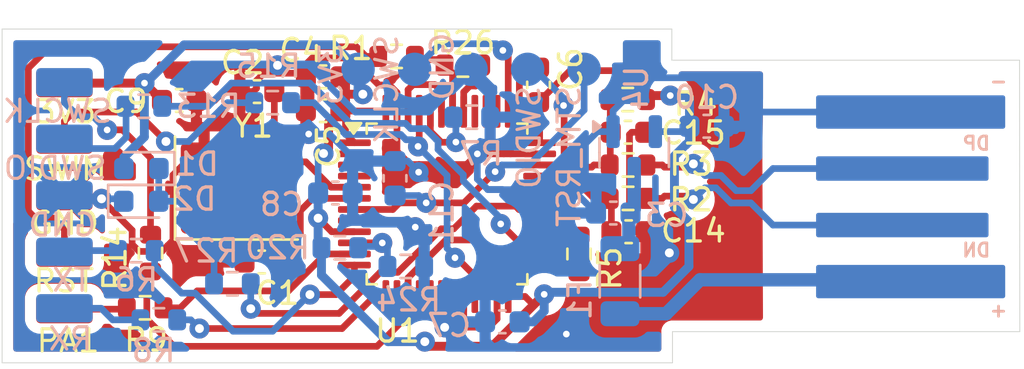
<source format=kicad_pcb>
(kicad_pcb (version 20241229) (generator "pcbnew") (generator_version "9.0")
  (layers (0 "F.Cu" signal "Front") (2 "B.Cu" signal "Back") (13 "F.Paste" user) (15 "B.Paste" user) (5 "F.SilkS" user "F.Silkscreen") (7 "B.SilkS" user "B.Silkscreen") (1 "F.Mask" user) (3 "B.Mask" user) (25 "Edge.Cuts" user))
  (net 0 "")
  (net 1 "/OSC_OUT")
  (net 2 "Earth")
  (net 3 "/OSC_IN?")
  (net 4 "+5V")
  (net 5 "+3V3")
  (net 6 "/STM_RST")
  (net 7 "/USB_N")
  (net 8 "/USB_P")
  (net 9 "Net-(D1-K)")
  (net 10 "/STLINK_RX")
  (net 11 "Net-(J2-Pin_2)")
  (net 12 "/STLINK_TX")
  (net 13 "Net-(J2-Pin_4)")
  (net 14 "Net-(J2-Pin_3)")
  (net 15 "/SWDIO")
  (net 16 "/SWCLK")
  (net 17 "/T_NRST")
  (net 18 "/T_SWDIO_IN")
  (net 19 "/T_JTMS")
  (net 20 "Net-(U1-BOOT0)")
  (net 21 "/T_JTCK")
  (net 22 "/T_SWIM")
  (net 23 "/AIN1")
  (net 24 "Net-(U1-PB5)")
  (net 25 "/LED_STLINK")
  (net 29 "Net-(U1-PB7)")
  (net 32 "/T_JTDI")
  (net 33 "/T_JTDO")
  (net 35 "/T_JRST")
  (net 38 "/T_SWO")
  (net 40 "/PB11")
  (net 42 "Net-(J1-Pin_1)")
  (net 43 "/D+")
  (net 44 "/D-")
  (net 45 "Net-(J2-Pin_10)")
  (net 46 "Net-(J2-Pin_8)")
  (net 47 "Net-(J2-Pin_7)")
  (net 48 "/Pin_navic")
  (net 49 "Net-(J2-Pin_9)")
  (footprint "Resistor_SMD:R_0603_1608Metric" (layer "F.Cu") (at 52.549239 32.799239 180)
    (property "Reference" "R4")
    (property "Value" "1K8")
  )
  (footprint "Capacitor_SMD:C_0603_1608Metric" (layer "F.Cu") (at 38.859239 31.779239 180)
    (property "Reference" "C4")
    (property "Value" "100nF/6v")
  )
  (footprint "Resistor_SMD:R_0603_1608Metric" (layer "F.Cu") (at 45.14 31.25)
    (property "Reference" "R26")
    (property "Value" "220R")
  )
  (footprint "Capacitor_SMD:C_0603_1608Metric" (layer "F.Cu") (at 32.39 32.84)
    (property "Reference" "C9")
    (property "Value" "4.7uF/6v")
  )
  (footprint "Capacitor_SMD:C_0603_1608Metric" (layer "F.Cu") (at 52.59 38.74)
    (property "Reference" "C14")
    (property "Value" "47pF/6v")
  )
  (footprint "Resistor_SMD:R_0603_1608Metric" (layer "F.Cu") (at 30.86 42.16)
    (property "Reference" "R9")
    (property "Value" "100R")
  )
  (footprint "Connector_IDC:Untitled" (layer "F.Cu") (at 30.73 36.56)
    (property "Reference" "J2" (hide yes))
    (property "Value" "Conn_02x05_Odd_Even" (hide yes))
  )
  (footprint "Resistor_SMD:R_0603_1608Metric" (layer "F.Cu") (at 31.1 39.7 90)
    (property "Reference" "R14")
    (property "Value" "100R")
  )
  (footprint "Capacitor_SMD:C_0603_1608Metric" (layer "F.Cu") (at 36.1 40.1)
    (property "Reference" "C1")
    (property "Value" "20pF/6v")
  )
  (footprint "Resistor_SMD:R_0603_1608Metric" (layer "F.Cu") (at 42.159239 30.859239)
    (property "Reference" "R1")
    (property "Value" "100R")
  )
  (footprint "Capacitor_SMD:C_0603_1608Metric" (layer "F.Cu") (at 35.89 32.44)
    (property "Reference" "C2")
    (property "Value" "20pF/6v")
  )
  (footprint "Resistor_SMD:R_0603_1608Metric" (layer "F.Cu") (at 50.36 39.74 -90)
    (property "Reference" "R5")
    (property "Value" "100R")
  )
  (footprint "Capacitor_SMD:C_0603_1608Metric" (layer "F.Cu") (at 38.859239 33.299239 180)
    (property "Reference" "C5")
    (property "Value" "100nF/6v")
  )
  (footprint "Resistor_SMD:R_0603_1608Metric" (layer "F.Cu") (at 52.565 37.24 180)
    (property "Reference" "R2")
    (property "Value" "22R")
  )
  (footprint "Crystal:Crystal_SMD_3225-4Pin_3.2x2.5mm_HandSoldering" (layer "F.Cu") (at 34.96 36.78)
    (property "Reference" "Y1")
    (property "Value" "Crystal_GND24")
  )
  (footprint "Capacitor_SMD:C_0603_1608Metric" (layer "F.Cu") (at 48.54 32.14 90)
    (property "Reference" "C6")
    (property "Value" "100nF/6v")
  )
  (footprint "Package_QFP:LQFP-48_7x7mm_P0.5mm" (layer "F.Cu") (at 44.4275 37.49)
    (property "Reference" "U1")
    (property "Value" "STM32F103CBTx")
  )
  (footprint "Capacitor_SMD:C_0603_1608Metric" (layer "F.Cu") (at 52.559239 34.269239)
    (property "Reference" "C15")
    (property "Value" "47pF/6v")
  )
  (footprint "Resistor_SMD:R_0603_1608Metric" (layer "F.Cu") (at 52.565 35.74 180)
    (property "Reference" "R3")
    (property "Value" "22R")
  )
  (footprint "Resistor_SMD:R_1206_3216Metric" (layer "B.Cu") (at 52.2 40.9625 90)
    (property "Reference" "F1")
    (property "Value" "500mA")
  )
  (footprint "LED_SMD:LED_0603_1608Metric" (layer "B.Cu") (at 30.69 35.9 180)
    (property "Reference" "D1")
    (property "Value" "LED")
  )
  (footprint "Connector_IDC:Untitled_3" (layer "B.Cu") (at 45.43 33.94 -90)
    (property "Reference" "J3" (hide yes))
    (property "Value" "Conn_01x05" (hide yes))
  )
  (footprint "Resistor_SMD:R_0603_1608Metric" (layer "B.Cu") (at 30.46 39.59 180)
    (property "Reference" "R6")
    (property "Value" "100R")
  )
  (footprint "Capacitor_SMD:C_0603_1608Metric" (layer "B.Cu") (at 56.1 34)
    (property "Reference" "C10")
    (property "Value" "100nF/6v")
  )
  (footprint "Resistor_SMD:R_0603_1608Metric" (layer "B.Cu") (at 45.54 33.59)
    (property "Reference" "R7")
    (property "Value" "0")
  )
  (footprint "Resistor_SMD:R_0603_1608Metric" (layer "B.Cu") (at 34.78 41.08)
    (property "Reference" "R27")
    (property "Value" "1K")
  )
  (footprint "Connector_USB:USB_A_PCB_traces_small" (layer "B.Cu") (at 70.115 37.17 180)
    (property "Reference" "J1" (hide yes))
    (property "Value" "Conn_01x04_Pin" (hide yes))
  )
  (footprint "Capacitor_SMD:C_0603_1608Metric" (layer "B.Cu") (at 46.914239 42.789239 180)
    (property "Reference" "C7")
    (property "Value" "100nF/6v")
  )
  (footprint "Capacitor_SMD:C_0603_1608Metric" (layer "B.Cu") (at 42.09 36.34 -90)
    (property "Reference" "C11")
    (property "Value" "100nF/6v")
  )
  (footprint "Resistor_SMD:R_0603_1608Metric" (layer "B.Cu") (at 42.575 40.3 180)
    (property "Reference" "R24")
    (property "Value" "10k")
  )
  (footprint "Capacitor_SMD:C_0603_1608Metric" (layer "B.Cu") (at 51.9 37.9 180)
    (property "Reference" "C3")
    (property "Value" "100nF/6v")
  )
  (footprint "Resistor_SMD:R_0603_1608Metric" (layer "B.Cu") (at 39.609239 39.459239)
    (property "Reference" "R20")
    (property "Value" "10k")
  )
  (footprint "Capacitor_SMD:C_0603_1608Metric" (layer "B.Cu") (at 39.409239 36.999239)
    (property "Reference" "C8")
    (property "Value" "100nF/6v")
  )
  (footprint "Resistor_SMD:R_0603_1608Metric" (layer "B.Cu") (at 31.475 42.7 180)
    (property "Reference" "R8")
    (property "Value" "100R")
  )
  (footprint "Resistor_SMD:R_0603_1608Metric" (layer "B.Cu") (at 36.59 32.94)
    (property "Reference" "R15")
    (property "Value" "100R")
  )
  (footprint "LED_SMD:LED_0603_1608Metric" (layer "B.Cu") (at 30.6825 37.37)
    (property "Reference" "D2")
    (property "Value" "LED")
  )
  (footprint "Package_TO_SOT_SMD:SOT-23" (layer "B.Cu") (at 52.84 35.1775 -90)
    (property "Reference" "U4")
    (property "Value" "MCP1700x-330xxTT")
  )
  (footprint "Resistor_SMD:R_0603_1608Metric" (layer "B.Cu") (at 30.8 33.1 180)
    (property "Reference" "R13")
    (property "Value" "100R")
  )
  (gr_line (start 54.560761 44.630761) (end 24.430761 44.630761) (stroke (width 0.0381)) (layer "Edge.Cuts"))
  (gr_line (start 54.530761 29.630761) (end 24.430761 29.630761) (stroke (width 0.0381)) (layer "Edge.Cuts"))
  (gr_line (start 70.160761 31.030761) (end 70.170761 43.230761) (stroke (width 0.0381)) (layer "Edge.Cuts"))
  (gr_line (start 70.170761 43.230761) (end 54.560761 43.230761) (stroke (width 0.0381)) (layer "Edge.Cuts"))
  (gr_line (start 24.430761 44.630761) (end 24.430761 29.630761) (stroke (width 0.0381)) (layer "Edge.Cuts"))
  (gr_line (start 70.160761 31.030761) (end 54.530761 31.030761) (stroke (width 0.0381)) (layer "Edge.Cuts"))
  (gr_line (start 54.530761 31.030761) (end 54.530761 29.630761) (stroke (width 0.0381)) (layer "Edge.Cuts"))
  (gr_line (start 54.560761 44.630761) (end 54.560761 43.230761) (stroke (width 0.0381)) (layer "Edge.Cuts"))
  (gr_text "SWIM" (at 25.32 36.5 0) (layer "F.SilkS") (effects (font (size 1 1) (thickness 0.14)) (justify left bottom)))
  (gr_text "PA1" (at 25.9 44.230761 0) (layer "F.SilkS") (effects (font (size 1 1) (thickness 0.14)) (justify left bottom)))
  (gr_text "3V3" (at 25.8 33.93 0) (layer "F.SilkS") (effects (font (size 1 1) (thickness 0.14)) (justify left bottom)))
  (gr_text "RST" (at 25.76 41.53 0) (layer "F.SilkS") (effects (font (size 1 1) (thickness 0.14)) (justify left bottom)))
  (gr_text "GND" (at 25.64 38.94 0) (layer "F.SilkS") (effects (font (size 1 1) (thickness 0.14)) (justify left bottom)))
  (gr_text "TX" (at 28.5 41.5 0) (layer "B.SilkS") (effects (font (size 1 1) (thickness 0.14)) (justify left bottom mirror)))
  (gr_text "GND" (at 44.8 29.7 90) (layer "B.SilkS") (effects (font (size 1 1) (thickness 0.14)) (justify left bottom mirror)))
  (gr_text "SWCLK" (at 42.3 29.8 90) (layer "B.SilkS") (effects (font (size 1 1) (thickness 0.14)) (justify left bottom mirror)))
  (gr_text "RX" (at 28.57 44.14 0) (layer "B.SilkS") (effects (font (size 1 1) (thickness 0.14)) (justify left bottom mirror)))
  (gr_text "STM_RST" (at 50.5 32.1 90) (layer "B.SilkS") (effects (font (size 1 1) (thickness 0.14)) (justify left bottom mirror)))
  (gr_text "SWDIO" (at 29.22 36.47 0) (layer "B.SilkS") (effects (font (size 1 1) (thickness 0.14)) (justify left bottom mirror)))
  (gr_text "SWCLK" (at 29.46 33.91 0) (layer "B.SilkS") (effects (font (size 1 1) (thickness 0.14)) (justify left bottom mirror)))
  (gr_text "SWDIO" (at 48.7 32.1 90) (layer "B.SilkS") (effects (font (size 1 1) (thickness 0.14)) (justify left bottom mirror)))
  (gr_text "3V3" (at 39.8 30.2 90) (layer "B.SilkS") (effects (font (size 1 1) (thickness 0.14)) (justify left bottom mirror)))
  (gr_text "GND" (at 28.75 39.02 0) (layer "B.SilkS") (effects (font (size 1 1) (thickness 0.14)) (justify left bottom mirror)))
  (segment (start 37.46587 39.181) (end 37.833239 38.813631) (width 0.3) (layer "F.Cu") (net 1))
  (segment (start 37.02 40.155) (end 37.02 39.181) (width 0.3) (layer "F.Cu") (net 1))
  (segment (start 33.51 37.93) (end 34.761 39.181) (width 0.3) (layer "F.Cu") (net 1))
  (segment (start 38.392237 37.24) (end 40.265 37.24) (width 0.3) (layer "F.Cu") (net 1))
  (segment (start 34.761 39.181) (end 37.02 39.181) (width 0.3) (layer "F.Cu") (net 1))
  (segment (start 37.833239 38.813631) (end 37.833239 37.798998) (width 0.3) (layer "F.Cu") (net 1))
  (segment (start 37.02 39.181) (end 37.46587 39.181) (width 0.3) (layer "F.Cu") (net 1))
  (segment (start 37.833239 37.798998) (end 38.392237 37.24) (width 0.3) (layer "F.Cu") (net 1))
  (segment (start 45.309239 35.719239) (end 45.788478 35.24) (width 0.3) (layer "F.Cu") (net 2))
  (segment (start 42.706761 38.24) (end 40.265 38.24) (width 0.3) (layer "F.Cu") (net 2))
  (segment (start 33.98 32.84) (end 34.38 32.44) (width 0.3) (layer "F.Cu") (net 2))
  (segment (start 36.809239 31.259239) (end 36.809239 31.564) (width 0.3) (layer "F.Cu") (net 2))
  (segment (start 46.6775 41.6525) (end 46.6775 42.656739) (width 0.3) (layer "F.Cu") (net 2))
  (segment (start 27.35 37.26) (end 27.23 37.14) (width 0.3) (layer "F.Cu") (net 2))
  (segment (start 30.274 39.308774) (end 30.591226 39.626) (width 0.3) (layer "F.Cu") (net 2))
  (segment (start 30.274 38.674) (end 30.274 39.308774) (width 0.3) (layer "F.Cu") (net 2))
  (segment (start 42.769239 35.719239) (end 43.169239 35.719239) (width 0.3) (layer "F.Cu") (net 2))
  (segment (start 38.315 33.44) (end 38.315 31.614) (width 0.3) (layer "F.Cu") (net 2))
  (segment (start 54.419239 39.689239) (end 53.440761 39.689239) (width 0.3) (layer "F.Cu") (net 2))
  (segment (start 45.788478 35.24) (end 45.79 35.24) (width 0.3) (layer "F.Cu") (net 2))
  (segment (start 52.629 38.429) (end 52.94 38.74) (width 0.3) (layer "F.Cu") (net 2))
  (segment (start 36.195178 31.614) (end 35.864 31.945178) (width 0.3) (layer "F.Cu") (net 2))
  (segment (start 36.759239 31.614) (end 36.195178 31.614) (width 0.3) (layer "F.Cu") (net 2))
  (segment (start 38.315 31.614) (end 36.759239 31.614) (width 0.3) (layer "F.Cu") (net 2))
  (segment (start 46.315 43.019239) (end 45.702205 43.019239) (width 0.3) (layer "F.Cu") (net 2))
  (segment (start 32.67 35.63) (end 33.51 35.63) (width 0.3) (layer "F.Cu") (net 2))
  (segment (start 36.41 37.93) (end 36.23 37.93) (width 0.3) (layer "F.Cu") (net 2))
  (segment (start 28.9 37.3) (end 30.274 38.674) (width 0.3) (layer "F.Cu") (net 2))
  (segment (start 44.320392 43.037177) (end 44.33833 43.019239) (width 0.3) (layer "F.Cu") (net 2))
  (segment (start 33.51 34.10148) (end 33.165 33.75648) (width 0.3) (layer "F.Cu") (net 2))
  (segment (start 53.440761 39.689239) (end 53.365 39.765) (width 0.3) (layer "F.Cu") (net 2))
  (segment (start 43 38.533239) (end 42.706761 38.24) (width 0.3) (layer "F.Cu") (net 2))
  (segment (start 38.209239 33.545761) (end 38.315 33.44) (width 0.3) (layer "F.Cu") (net 2))
  (segment (start 52.730761 34.269239) (end 52.629 34.371) (width 0.3) (layer "F.Cu") (net 2))
  (segment (start 40.144465 30.929239) (end 41.360206 32.14498) (width 0.3) (layer "F.Cu") (net 2))
  (segment (start 36.809239 31.564) (end 36.759239 31.614) (width 0.3) (layer "F.Cu") (net 2))
  (segment (start 47.279239 34.708727) (end 47.6785 34.309466) (width 0.3) (layer "F.Cu") (net 2))
  (segment (start 42.1775 35.1275) (end 42.769239 35.719239) (width 0.3) (layer "F.Cu") (net 2))
  (segment (start 47.835 31.365) (end 48.54 31.365) (width 0.3) (layer "F.Cu") (net 2))
  (segment (start 38.209239 34.349239) (end 38.209239 33.545761) (width 0.3) (layer "F.Cu") (net 2))
  (segment (start 47.6785 34.309466) (end 47.6785 31.5215) (width 0.3) (layer "F.Cu") (net 2))
  (segment (start 43.150639 35.737839) (end 43.169239 35.719239) (width 0.3) (layer "F.Cu") (net 2))
  (segment (start 38.084239 31.959239) (end 38.084239 31.215761) (width 0.3) (layer "F.Cu") (net 2))
  (segment (start 46.98 35.24) (end 48.59 35.24) (width 0.3) (layer "F.Cu") (net 2))
  (segment (start 45.1775 43.019239) (end 45.1775 41.6525) (width 0.3) (layer "F.Cu") (net 2))
  (segment (start 35.718478 32.44) (end 35.115 32.44) (width 0.3) (layer "F.Cu") (net 2))
  (segment (start 33.93 35.63) (end 33.51 35.63) (width 0.3) (layer "F.Cu") (net 2))
  (segment (start 47.6785 31.5215) (end 47.835 31.365) (width 0.3) (layer "F.Cu") (net 2))
  (segment (start 28.9 37.26) (end 28.9 37.3) (width 0.3) (layer "F.Cu") (net 2))
  (segment (start 53.09 40.04) (end 50.915 42.215) (width 0.3) (layer "F.Cu") (net 2))
  (segment (start 42.1775 33.3275) (end 42.1775 35.1275) (width 0.3) (layer "F.Cu") (net 2))
  (segment (start 43.150639 36.063383) (end 43.150639 35.737839) (width 0.3) (layer "F.Cu") (net 2))
  (segment (start 50.915 42.215) (end 49.79 43.34) (width 0.3) (layer "F.Cu") (net 2))
  (segment (start 34.38 32.44) (end 35.115 32.44) (width 0.3) (layer "F.Cu") (net 2))
  (segment (start 43.169239 35.719239) (end 45.309239 35.719239) (width 0.3) (layer "F.Cu") (net 2))
  (segment (start 38.370761 30.929239) (end 40.144465 30.929239) (width 0.3) (layer "F.Cu") (net 2))
  (segment (start 53.365 39.765) (end 53.365 38.74) (width 0.3) (layer "F.Cu") (net 2))
  (segment (start 28.9 37.26) (end 27.35 37.26) (width 0.3) (layer "F.Cu") (net 2))
  (segment (start 32.109 36.191) (end 32.67 35.63) (width 0.3) (layer "F.Cu") (net 2))
  (segment (start 32.109 39.125774) (end 32.109 36.191) (width 0.3) (layer "F.Cu") (net 2))
  (segment (start 30.591226 39.626) (end 31.608774 39.626) (width 0.3) (layer "F.Cu") (net 2))
  (segment (start 33.51 35.63) (end 33.51 34.10148) (width 0.3) (layer "F.Cu") (net 2))
  (segment (start 52.94 38.74) (end 53.365 38.74) (width 0.3) (layer "F.Cu") (net 2))
  (segment (start 33.165 32.84) (end 33.98 32.84) (width 0.3) (layer "F.Cu") (net 2))
  (segment (start 47.279239 35.24) (end 47.279239 34.708727) (width 0.3) (layer "F.Cu") (net 2))
  (segment (start 31.867387 39.367387) (end 32.109 39.125774) (width 0.3) (layer "F.Cu") (net 2))
  (segment (start 38.084239 31.215761) (end 38.370761 30.929239) (width 0.3) (layer "F.Cu") (net 2))
  (segment (start 33.165 32.84) (end 33.165 33.75648) (width 0.3) (layer "F.Cu") (net 2))
  (segment (start 45.79 35.24) (end 46.98 35.24) (width 0.3) (layer "F.Cu") (net 2))
  (segment (start 53.09 40.04) (end 53.365 39.765) (width 0.3) (layer "F.Cu") (net 2))
  (segment (start 36.23 37.93) (end 33.93 35.63) (width 0.3) (layer "F.Cu") (net 2))
  (segment (start 35.325 40.1) (end 32.6 40.1) (width 0.3) (layer "F.Cu") (net 2))
  (segment (start 35.864 32.294478) (end 35.718478 32.44) (width 0.3) (layer "F.Cu") (net 2))
  (segment (start 45.702205 43.019239) (end 45.1775 43.019239) (width 0.3) (layer "F.Cu") (net 2))
  (segment (start 41.360206 32.14498) (end 41.837014 32.14498) (width 0.3) (layer "F.Cu") (net 2))
  (segment (start 46.6775 42.656739) (end 46.315 43.019239) (width 0.3) (layer "F.Cu") (net 2))
  (segment (start 41.837014 32.14498) (end 42.1775 32.485466) (width 0.3) (layer "F.Cu") (net 2))
  (segment (start 52.629 34.371) (end 52.629 38.429) (width 0.3) (layer "F.Cu") (net 2))
  (segment (start 32.6 40.1) (end 31.867387 39.367387) (width 0.3) (layer "F.Cu") (net 2))
  (segment (start 31.608774 39.626) (end 31.867387 39.367387) (width 0.3) (layer "F.Cu") (net 2))
  (segment (start 42.1775 32.485466) (end 42.1775 33.3275) (width 0.3) (layer "F.Cu") (net 2))
  (segment (start 53.334239 34.269239) (end 52.730761 34.269239) (width 0.3) (layer "F.Cu") (net 2))
  (segment (start 44.33833 43.019239) (end 45.702205 43.019239) (width 0.3) (layer "F.Cu") (net 2))
  (segment (start 35.864 31.945178) (end 35.864 32.294478) (width 0.3) (layer "F.Cu") (net 2))
  (via (at 44.320392 43.037177) (size 0.9) (drill 0.4) (layers "F.Cu" "B.Cu") (net 2))
  (via (at 43.150639 36.063383) (size 0.9) (drill 0.3) (layers "F.Cu" "B.Cu") (net 2))
  (via (at 45.79 35.24) (size 0.9) (drill 0.3) (layers "F.Cu" "B.Cu") (net 2))
  (via (at 49.79 43.34) (size 0.9) (drill 0.3) (layers "F.Cu" "B.Cu") (net 2))
  (via (at 36.809239 31.259239) (size 0.9) (drill 0.4) (layers "F.Cu" "B.Cu") (net 2))
  (via (at 28.9 37.26) (size 0.9) (drill 0.4) (layers "F.Cu" "B.Cu") (net 2))
  (via (at 38.209239 34.349239) (size 0.9) (drill 0.3) (layers "F.Cu" "B.Cu") (net 2))
  (via (at 54.419239 39.689239) (size 0.9) (drill 0.4) (layers "F.Cu" "B.Cu") (net 2))
  (via (at 43 38.533239) (size 0.9) (drill 0.3) (layers "F.Cu" "B.Cu") (net 2))
  (segment (start 27.23 37.1) (end 27.39 37.26) (width 0.3) (layer "B.Cu") (net 2))
  (segment (start 51.125 37.9) (end 49.34 36.115) (width 0.3) (layer "B.Cu") (net 2))
  (segment (start 43.3 38.833239) (end 43.3 40.2) (width 0.3) (layer "B.Cu") (net 2))
  (segment (start 49.315 36.115) (end 48.580761 36.849239) (width 0.3) (layer "B.Cu") (net 2))
  (segment (start 45.51 31.44) (end 45.51 31.81) (width 0.3) (layer "B.Cu") (net 2))
  (segment (start 29.785 37.26) (end 29.895 37.37) (width 0.3) (layer "B.Cu") (net 2))
  (segment (start 57.715 33.36) (end 57.715 33.885) (width 0.3) (layer "B.Cu") (net 2))
  (segment (start 42.665 35.565) (end 42.09 35.565) (width 0.3) (layer "B.Cu") (net 2))
  (segment (start 44.320392 43.037177) (end 44.457569 42.9) (width 0.3) (layer "B.Cu") (net 2))
  (segment (start 57.4 34.2) (end 56.875 34.2) (width 0.3) (layer "B.Cu") (net 2))
  (segment (start 40.7 38.4) (end 40.184239 37.884239) (width 0.3) (layer "B.Cu") (net 2))
  (segment (start 51.89 33.31) (end 51.89 34.24) (width 0.3) (layer "B.Cu") (net 2))
  (segment (start 46.028478 42.9) (end 46.139239 42.789239) (width 0.3) (layer "B.Cu") (net 2))
  (segment (start 46.415 32.715) (end 46.415 34.637052) (width 0.3) (layer "B.Cu") (net 2))
  (segment (start 57.715 33.36) (end 56.174 31.819) (width 0.3) (layer "B.Cu") (net 2))
  (segment (start 43.589761 33.360239) (end 40.311309 33.360239) (width 0.3) (layer "B.Cu") (net 2))
  (segment (start 27.66 37.26) (end 27.5 37.1) (width 0.3) (layer "B.Cu") (net 2))
  (segment (start 43.150639 36.050639) (end 42.665 35.565) (width 0.3) (layer "B.Cu") (net 2))
  (segment (start 45.789 35.263052) (end 45.789 36.371786) (width 0.3) (layer "B.Cu") (net 2))
  (segment (start 43 38.533239) (end 43.3 38.833239) (width 0.3) (layer "B.Cu") (net 2))
  (segment (start 40.184239 37.884239) (end 40.184239 36.999239) (width 0.3) (layer "B.Cu") (net 2))
  (segment (start 46.139239 43.539239) (end 46.139239 42.789239) (width 0.3) (layer "B.Cu") (net 2))
  (segment (start 51.19 34.24) (end 49.315 36.115) (width 0.3) (layer "B.Cu") (net 2))
  (segment (start 38.209239 34.349239) (end 39.140719 34.349239) (width 0.3) (layer "B.Cu") (net 2))
  (segment (start 45.51 31.81) (end 46.415 32.715) (width 0.3) (layer "B.Cu") (net 2))
  (segment (start 46.266453 36.849239) (end 46.258214 36.841) (width 0.3) (layer "B.Cu") (net 2))
  (segment (start 56.174 31.819) (end 53.381 31.819) (width 0.3) (layer "B.Cu") (net 2))
  (segment (start 27.39 37.26) (end 29.785 37.26) (width 0.3) (layer "B.Cu") (net 2))
  (segment (start 46.921786 36.841) (end 46.258214 36.841) (width 0.3) (layer "B.Cu") (net 2))
  (segment (start 57.715 33.885) (end 57.4 34.2) (width 0.3) (layer "B.Cu") (net 2))
  (segment (start 44.457569 42.9) (end 46.028478 42.9) (width 0.3) (layer "B.Cu") (net 2))
  (segment (start 65.265 33.36) (end 57.715 33.36) (width 0.3) (layer "B.Cu") (net 2))
  (segment (start 39.140719 34.349239) (end 40.35648 35.565) (width 0.3) (layer "B.Cu") (net 2))
  (segment (start 40.35648 35.565) (end 42.09 35.565) (width 0.3) (layer "B.Cu") (net 2))
  (segment (start 49.34 36.115) (end 49.315 36.115) (width 0.3) (layer "B.Cu") (net 2))
  (segment (start 45.789 36.371786) (end 46.258214 36.841) (width 0.3) (layer "B.Cu") (net 2))
  (segment (start 43.150639 36.063383) (end 43.150639 36.050639) (width 0.3) (layer "B.Cu") (net 2))
  (segment (start 49.79 43.34) (end 49.23 43.9) (width 0.3) (layer "B.Cu") (net 2))
  (segment (start 48.580761 36.849239) (end 46.266453 36.849239) (width 0.3) (layer "B.Cu") (net 2))
  (segment (start 49.23 43.9) (end 46.5 43.9) (width 0.3) (layer "B.Cu") (net 2))
  (segment (start 42.9 38.4) (end 40.7 38.4) (width 0.3) (layer "B.Cu") (net 2))
  (segment (start 53.381 31.819) (end 51.89 33.31) (width 0.3) (layer "B.Cu") (net 2))
  (segment (start 45.51 31.44) (end 43.589761 33.360239) (width 0.3) (layer "B.Cu") (net 2))
  (segment (start 51.89 34.24) (end 51.19 34.24) (width 0.3) (layer "B.Cu") (net 2))
  (segment (start 38.210309 31.259239) (end 36.809239 31.259239) (width 0.3) (layer "B.Cu") (net 2))
  (segment (start 40.311309 33.360239) (end 38.210309 31.259239) (width 0.3) (layer "B.Cu") (net 2))
  (segment (start 46.415 34.637052) (end 45.789 35.263052) (width 0.3) (layer "B.Cu") (net 2))
  (segment (start 27.5 37.1) (end 27.23 37.1) (width 0.3) (layer "B.Cu") (net 2))
  (segment (start 43.3 40.2) (end 43.4 40.3) (width 0.3) (layer "B.Cu") (net 2))
  (segment (start 43 38.533239) (end 43 38.5) (width 0.3) (layer "B.Cu") (net 2))
  (segment (start 43 38.5) (end 42.9 38.4) (width 0.3) (layer "B.Cu") (net 2))
  (segment (start 46.5 43.9) (end 46.139239 43.539239) (width 0.3) (layer "B.Cu") (net 2))
  (segment (start 36.72 35.6) (end 36.665 35.545) (width 0.3) (layer "F.Cu") (net 3))
  (segment (start 39.22 36.74) (end 38.08 35.6) (width 0.3) (layer "F.Cu") (net 3))
  (segment (start 38.08 35.6) (end 36.72 35.6) (width 0.3) (layer "F.Cu") (net 3))
  (segment (start 36.665 35.545) (end 36.665 32.44) (width 0.3) (layer "F.Cu") (net 3))
  (segment (start 40.265 36.74) (end 39.22 36.74) (width 0.3) (layer "F.Cu") (net 3))
  (segment (start 52.6 37.975) (end 52.675 37.9) (width 0.6) (layer "B.Cu") (net 4))
  (segment (start 52.6 39.1) (end 52.6 37.975) (width 0.6) (layer "B.Cu") (net 4))
  (segment (start 52.84 36.115) (end 52.84 37.735) (width 0.6) (layer "B.Cu") (net 4))
  (segment (start 52.2 39.5) (end 52.6 39.1) (width 0.6) (layer "B.Cu") (net 4))
  (segment (start 52.84 37.735) (end 52.675 37.9) (width 0.6) (layer "B.Cu") (net 4))
  (segment (start 48.794239 41.554239) (end 48.794239 41.569761) (width 0.4) (layer "F.Cu") (net 5))
  (segment (start 31.379239 32.609239) (end 31.384239 32.609239) (width 0.4) (layer "F.Cu") (net 5))
  (segment (start 43.428315 43.680761) (end 43.635731 43.888177) (width 0.4) (layer "F.Cu") (net 5))
  (segment (start 39.865 33.44) (end 39.865 34.34) (width 0.3) (layer "F.Cu") (net 5))
  (segment (start 53.553478 32.62) (end 53.374239 32.799239) (width 0.4) (layer "F.Cu") (net 5))
  (segment (start 40.265 38.74) (end 39.243455 38.74) (width 0.3) (layer "F.Cu") (net 5))
  (segment (start 39.243455 38.74) (end 38.634239 38.130784) (width 0.3) (layer "F.Cu") (net 5))
  (segment (start 48.59 32.965) (end 48.54 32.915) (width 0.3) (layer "F.Cu") (net 5))
  (segment (start 39.89 33.315) (end 41.665 33.315) (width 0.3) (layer "F.Cu") (net 5))
  (segment (start 39.865 33.29) (end 39.89 33.315) (width 0.3) (layer "F.Cu") (net 5))
  (segment (start 31.384239 32.609239) (end 31.615 32.84) (width 0.4) (layer "F.Cu") (net 5))
  (segment (start 43.635731 43.888177) (end 46.460301 43.888177) (width 0.4) (layer "F.Cu") (net 5))
  (segment (start 39.104239 33.829239) (end 39.104239 34.996242) (width 0.4) (layer "F.Cu") (net 5))
  (segment (start 52.8 31.5) (end 53.374239 32.074239) (width 0.3) (layer "F.Cu") (net 5))
  (segment (start 48.54 32.915) (end 48.685 32.915) (width 0.3) (layer "F.Cu") (net 5))
  (segment (start 40.643095 32.559239) (end 39.865 32.559239) (width 0.4) (layer "F.Cu") (net 5))
  (segment (start 46.460301 43.888177) (end 48.794239 41.554239) (width 0.4) (layer "F.Cu") (net 5))
  (segment (start 54.46 32.62) (end 53.553478 32.62) (width 0.4) (layer "F.Cu") (net 5))
  (segment (start 47.1775 41.6525) (end 47.9375 41.6525) (width 0.3) (layer "F.Cu") (net 5))
  (segment (start 39.865 34.34) (end 40.265 34.74) (width 0.3) (layer "F.Cu") (net 5))
  (segment (start 30.83 32.06) (end 31.379239 32.609239) (width 0.4) (layer "F.Cu") (net 5))
  (segment (start 47.9375 41.6525) (end 48.274239 41.989239) (width 0.3) (layer "F.Cu") (net 5))
  (segment (start 48.59 34.74) (end 48.59 32.965) (width 0.3) (layer "F.Cu") (net 5))
  (segment (start 53.374239 32.074239) (end 53.374239 32.799239) (width 0.3) (layer "F.Cu") (net 5))
  (segment (start 30.83 32.06) (end 27.23 32.06) (width 0.4) (layer "F.Cu") (net 5))
  (segment (start 41.665 33.315) (end 41.6775 33.3275) (width 0.3) (layer "F.Cu") (net 5))
  (segment (start 39.39 38.74) (end 39.384239 38.734239) (width 0.3) (layer "F.Cu") (net 5))
  (segment (start 48.54 32.915) (end 49.955 31.5) (width 0.3) (layer "F.Cu") (net 5))
  (segment (start 39.104239 34.996242) (end 38.8775 35.222981) (width 0.4) (layer "F.Cu") (net 5))
  (segment (start 40.265 38.74) (end 39.39 38.74) (width 0.3) (layer "F.Cu") (net 5))
  (segment (start 39.104239 33.829239) (end 39.634239 33.299239) (width 0.4) (layer "F.Cu") (net 5))
  (segment (start 49.955 31.5) (end 52.8 31.5) (width 0.3) (layer "F.Cu") (net 5))
  (segment (start 39.865 31.94) (end 39.865 32.559239) (width 0.4) (layer "F.Cu") (net 5))
  (segment (start 39.865 32.559239) (end 39.865 33.29) (width 0.4) (layer "F.Cu") (net 5))
  (via (at 40.643095 32.559239) (size 0.9) (drill 0.4) (layers "F.Cu" "B.Cu") (net 5))
  (via (at 38.8775 35.222981) (size 0.9) (drill 0.4) (layers "F.Cu" "B.Cu") (net 5))
  (via (at 43.428315 43.680761) (size 0.9) (drill 0.4) (layers "F.Cu" "B.Cu") (net 5))
  (via (at 54.46 32.62) (size 0.9) (drill 0.3) (layers "F.Cu" "B.Cu") (net 5))
  (via (at 30.83 32.06) (size 0.9) (drill 0.3) (layers "F.Cu" "B.Cu") (net 5))
  (via (at 48.794239 41.554239) (size 0.9) (drill 0.3) (layers "F.Cu" "B.Cu") (net 5))
  (via (at 38.634239 38.130784) (size 0.9) (drill 0.4) (layers "F.Cu" "B.Cu") (net 5))
  (segment (start 53.79 34.24) (end 55.285 34.24) (width 0.3) (layer "B.Cu") (net 5))
  (segment (start 55.2 32.6) (end 55.325 32.725) (width 0.4) (layer "B.Cu") (net 5))
  (segment (start 43.428315 43.680761) (end 43.072282 43.680761) (width 0.4) (layer "B.Cu") (net 5))
  (segment (start 55.3 38.293496) (end 54.649 37.642496) (width 0.4) (layer "B.Cu") (net 5))
  (segment (start 40.43 32.346144) (end 40.643095 32.559239) (width 0.4) (layer "B.Cu") (net 5))
  (segment (start 54.649 37.642496) (end 54.649 35.337504) (width 0.4) (layer "B.Cu") (net 5))
  (segment (start 48.794239 41.554239) (end 48.794239 42.305761) (width 0.4) (layer "B.Cu") (net 5))
  (segment (start 30.824 34.476) (end 29.9025 35.3975) (width 0.4) (layer "B.Cu") (net 5))
  (segment (start 38.772355 36.861123) (end 38.634239 36.999239) (width 0.4) (layer "B.Cu") (net 5))
  (segment (start 39.331 30.341) (end 40.43 31.44) (width 0.4) (layer "B.Cu") (net 5))
  (segment (start 38.784239 40.689723) (end 38.784239 39.459239) (width 0.4) (layer "B.Cu") (net 5))
  (segment (start 48.310761 42.789239) (end 47.689239 42.789239) (width 0.4) (layer "B.Cu") (net 5))
  (segment (start 55.161 34.839) (end 55.325 34.675) (width 0.4) (layer "B.Cu") (net 5))
  (segment (start 48.794239 42.305761) (end 48.310761 42.789239) (width 0.4) (layer "B.Cu") (net 5))
  (segment (start 38.634239 38.130784) (end 38.634239 39.309239) (width 0.4) (layer "B.Cu") (net 5))
  (segment (start 54.1385 41.4615) (end 55.3 40.3) (width 0.4) (layer "B.Cu") (net 5))
  (segment (start 38.634239 35.466242) (end 38.634239 36.999239) (width 0.3) (layer "B.Cu") (net 5))
  (segment (start 38.634239 38.130784) (end 38.634239 36.999239) (width 0.4) (layer "B.Cu") (net 5))
  (segment (start 48.886978 41.4615) (end 54.1385 41.4615) (width 0.4) (layer "B.Cu") (net 5))
  (segment (start 38.634239 39.309239) (end 38.784239 39.459239) (width 0.3) (layer "B.Cu") (net 5))
  (segment (start 30.888478 32.06) (end 32.607478 30.341) (width 0.4) (layer "B.Cu") (net 5))
  (segment (start 48.794239 41.554239) (end 48.886978 41.4615) (width 0.4) (layer "B.Cu") (net 5))
  (segment (start 38.859239 36.774239) (end 38.634239 36.999239) (width 0.3) (layer "B.Cu") (net 5))
  (segment (start 55.285 34.24) (end 55.325 34.2) (width 0.3) (layer "B.Cu") (net 5))
  (segment (start 43.072282 43.680761) (end 43.072281 43.680762) (width 0.4) (layer "B.Cu") (net 5))
  (segment (start 55.3 40.3) (end 55.3 38.293496) (width 0.4) (layer "B.Cu") (net 5))
  (segment (start 30.83 32.06) (end 30.824 32.066) (width 0.4) (layer "B.Cu") (net 5))
  (segment (start 54.46 32.62) (end 55.18 32.62) (width 0.4) (layer "B.Cu") (net 5))
  (segment (start 29.9025 35.3975) (end 29.9025 35.9) (width 0.4) (layer "B.Cu") (net 5))
  (segment (start 54.649 35.337504) (end 55.147504 34.839) (width 0.4) (layer "B.Cu") (net 5))
  (segment (start 30.83 32.06) (end 30.888478 32.06) (width 0.4) (layer "B.Cu") (net 5))
  (segment (start 55.325 34.675) (end 55.325 34) (width 0.4) (layer "B.Cu") (net 5))
  (segment (start 43.072281 43.680762) (end 41.775278 43.680762) (width 0.4) (layer "B.Cu") (net 5))
  (segment (start 55.18 32.62) (end 55.2 32.6) (width 0.4) (layer "B.Cu") (net 5))
  (segment (start 29.804519 35.802019) (end 29.9025 35.9) (width 0.4) (layer "B.Cu") (net 5))
  (segment (start 55.147504 34.839) (end 55.161 34.839) (width 0.4) (layer "B.Cu") (net 5))
  (segment (start 55.325 32.725) (end 55.325 34.2) (width 0.4) (layer "B.Cu") (net 5))
  (segment (start 41.775278 43.680762) (end 38.784239 40.689723) (width 0.4) (layer "B.Cu") (net 5))
  (segment (start 40.43 31.44) (end 40.43 32.346144) (width 0.4) (layer "B.Cu") (net 5))
  (segment (start 30.824 32.066) (end 30.824 34.476) (width 0.4) (layer "B.Cu") (net 5))
  (segment (start 32.607478 30.341) (end 39.331 30.341) (width 0.4) (layer "B.Cu") (net 5))
  (segment (start 38.8775 35.222981) (end 38.634239 35.466242) (width 0.3) (layer "B.Cu") (net 5))
  (segment (start 42.287915 37.442085) (end 41.99 37.74) (width 0.3) (layer "F.Cu") (net 6))
  (segment (start 41.99 37.74) (end 40.265 37.74) (width 0.3) (layer "F.Cu") (net 6))
  (segment (start 43.49 37.442085) (end 42.287915 37.442085) (width 0.3) (layer "F.Cu") (net 6))
  (segment (start 45.187915 37.442085) (end 43.49 37.442085) (width 0.3) (layer "F.Cu") (net 6))
  (segment (start 46.59 36.04) (end 45.187915 37.442085) (width 0.3) (layer "F.Cu") (net 6))
  (via (at 46.59 36.04) (size 0.9) (drill 0.3) (layers "F.Cu" "B.Cu") (net 6))
  (via (at 43.49 37.442085) (size 0.9) (drill 0.3) (layers "F.Cu" "B.Cu") (net 6))
  (segment (start 43.49 37.442085) (end 43.162915 37.115) (width 0.3) (layer "B.Cu") (net 6))
  (segment (start 50.589239 33.273547) (end 50.589239 31.440761) (width 0.3) (layer "B.Cu") (net 6))
  (segment (start 46.59 36.04) (end 46.89 35.74) (width 0.3) (layer "B.Cu") (net 6))
  (segment (start 48.122786 35.74) (end 50.589239 33.273547) (width 0.3) (layer "B.Cu") (net 6))
  (segment (start 43.162915 37.115) (end 42.09 37.115) (width 0.3) (layer "B.Cu") (net 6))
  (segment (start 50.589239 31.440761) (end 50.59 31.44) (width 0.3) (layer "B.Cu") (net 6))
  (segment (start 46.89 35.74) (end 48.122786 35.74) (width 0.3) (layer "B.Cu") (net 6))
  (segment (start 50.627499 36.84) (end 51.027499 37.24) (width 0.3) (layer "F.Cu") (net 7))
  (segment (start 48.59 36.74) (end 49.696251 36.74) (width 0.3) (layer "F.Cu") (net 7))
  (segment (start 51.027499 37.24) (end 51.74 37.24) (width 0.3) (layer "F.Cu") (net 7))
  (segment (start 51.815 38.74) (end 51.815 37.315) (width 0.3) (layer "F.Cu") (net 7))
  (segment (start 49.796251 36.84) (end 50.627499 36.84) (width 0.3) (layer "F.Cu") (net 7))
  (segment (start 51.815 37.315) (end 51.74 37.24) (width 0.3) (layer "F.Cu") (net 7))
  (segment (start 49.696251 36.74) (end 49.796251 36.84) (width 0.3) (layer "F.Cu") (net 7))
  (segment (start 51.765 32.73) (end 51.765 35.715) (width 0.3) (layer "F.Cu") (net 8))
  (segment (start 51.765 35.715) (end 51.74 35.74) (width 0.3) (layer "F.Cu") (net 8))
  (segment (start 49.929885 36.006366) (end 50.096251 35.84) (width 0.3) (layer "F.Cu") (net 8))
  (segment (start 49.696251 36.24) (end 49.929885 36.006366) (width 0.3) (layer "F.Cu") (net 8))
  (segment (start 50.096251 35.84) (end 50.728758 35.84) (width 0.3) (layer "F.Cu") (net 8))
  (segment (start 50.728758 35.84) (end 50.927499 35.84) (width 0.3) (layer "F.Cu") (net 8))
  (segment (start 51.027499 35.74) (end 51.74 35.74) (width 0.3) (layer "F.Cu") (net 8))
  (segment (start 48.59 36.24) (end 49.696251 36.24) (width 0.3) (layer "F.Cu") (net 8))
  (segment (start 50.927499 35.84) (end 51.027499 35.74) (width 0.3) (layer "F.Cu") (net 8))
  (segment (start 31.47 37.37) (end 31.47 35.9075) (width 0.3) (layer "B.Cu") (net 9))
  (segment (start 32.37 37.37) (end 33.955 38.955) (width 0.3) (layer "B.Cu") (net 9))
  (segment (start 31.47 35.9075) (end 31.4775 35.9) (width 0.3) (layer "B.Cu") (net 9))
  (segment (start 33.955 38.955) (end 33.955 41.08) (width 0.3) (layer "B.Cu") (net 9))
  (segment (start 31.47 37.37) (end 32.37 37.37) (width 0.3) (layer "B.Cu") (net 9))
  (segment (start 33.3 43.091) (end 39.709 43.091) (width 0.3) (layer "F.Cu") (net 10))
  (segment (start 39.709 43.091) (end 41.1475 41.6525) (width 0.3) (layer "F.Cu") (net 10))
  (segment (start 41.1475 41.6525) (end 41.6775 41.6525) (width 0.3) (layer "F.Cu") (net 10))
  (via (at 33.3 43.091) (size 0.9) (drill 0.4) (layers "F.Cu" "B.Cu") (net 10))
  (segment (start 32.909 42.7) (end 33.3 43.091) (width 0.3) (layer "B.Cu") (net 10))
  (segment (start 32.3 42.7) (end 32.909 42.7) (width 0.3) (layer "B.Cu") (net 10))
  (segment (start 29.15231 34.160686) (end 29.840686 34.160686) (width 0.3) (layer "F.Cu") (net 11))
  (segment (start 29.15 34.162996) (end 29.15231 34.160686) (width 0.3) (layer "F.Cu") (net 11))
  (segment (start 29.840686 34.160686) (end 31.1 35.42) (width 0.3) (layer "F.Cu") (net 11))
  (segment (start 31.1 35.42) (end 31.1 38.875) (width 0.3) (layer "F.Cu") (net 11))
  (via (at 29.15 34.162996) (size 0.9) (drill 0.3) (layers "F.Cu" "B.Cu") (net 11))
  (segment (start 29.125762 34.160686) (end 28.539076 33.574) (width 0.3) (layer "B.Cu") (net 11))
  (segment (start 29.14769 34.160686) (end 29.125762 34.160686) (width 0.3) (layer "B.Cu") (net 11))
  (segment (start 29.15 34.162996) (end 29.14769 34.160686) (width 0.3) (layer "B.Cu") (net 11))
  (segment (start 28.539076 33.574) (end 27.874 33.574) (width 0.3) (layer "B.Cu") (net 11))
  (segment (start 27.23 32.93) (end 27.23 32.02) (width 0.3) (layer "B.Cu") (net 11))
  (segment (start 27.874 33.574) (end 27.23 32.93) (width 0.3) (layer "B.Cu") (net 11))
  (segment (start 39.435949 41.565686) (end 40.265 40.736635) (width 0.3) (layer "F.Cu") (net 12))
  (segment (start 40.265 40.736635) (end 40.265 40.24) (width 0.3) (layer "F.Cu") (net 12))
  (segment (start 38.265686 41.565686) (end 39.435949 41.565686) (width 0.3) (layer "F.Cu") (net 12))
  (via (at 38.265686 41.565686) (size 0.9) (drill 0.4) (layers "F.Cu" "B.Cu") (net 12))
  (segment (start 36.587903 43.212097) (end 34.812097 43.212097) (width 0.3) (layer "B.Cu") (net 12))
  (segment (start 38.265686 41.565686) (end 38.234314 41.565686) (width 0.3) (layer "B.Cu") (net 12))
  (segment (start 33.1 41.5) (end 32.5 41.5) (width 0.3) (layer "B.Cu") (net 12))
  (segment (start 32.5 41.5) (end 31.285 40.285) (width 0.3) (layer "B.Cu") (net 12))
  (segment (start 34.812097 43.212097) (end 33.1 41.5) (width 0.3) (layer "B.Cu") (net 12))
  (segment (start 38.234314 41.565686) (end 36.587903 43.212097) (width 0.3) (layer "B.Cu") (net 12))
  (segment (start 31.285 40.285) (end 31.285 39.59) (width 0.3) (layer "B.Cu") (net 12))
  (segment (start 30.001 34.499) (end 29.498981 35.001019) (width 0.3) (layer "B.Cu") (net 13))
  (segment (start 29.498981 35.001019) (end 27.671019 35.001019) (width 0.3) (layer "B.Cu") (net 13))
  (segment (start 27.671019 35.001019) (end 27.23 34.56) (width 0.3) (layer "B.Cu") (net 13))
  (segment (start 30.001 33.126) (end 30.001 34.499) (width 0.3) (layer "B.Cu") (net 13))
  (segment (start 29.975 33.1) (end 30.001 33.126) (width 0.3) (layer "B.Cu") (net 13))
  (segment (start 31.794816 34.684239) (end 30.470263 33.359686) (width 0.3) (layer "F.Cu") (net 14))
  (segment (start 27.23 33.77) (end 27.23 34.6) (width 0.3) (layer "F.Cu") (net 14))
  (segment (start 30.470263 33.359686) (end 27.640314 33.359686) (width 0.3) (layer "F.Cu") (net 14))
  (segment (start 27.640314 33.359686) (end 27.23 33.77) (width 0.3) (layer "F.Cu") (net 14))
  (via (at 31.794816 34.684239) (size 0.9) (drill 0.4) (layers "F.Cu" "B.Cu") (net 14))
  (segment (start 34.56 32.94) (end 32.815761 34.684239) (width 0.3) (layer "B.Cu") (net 14))
  (segment (start 32.815761 34.684239) (end 31.794816 34.684239) (width 0.3) (layer "B.Cu") (net 14))
  (segment (start 35.765 32.94) (end 34.56 32.94) (width 0.3) (layer "B.Cu") (net 14))
  (segment (start 49.432034 35.74) (end 48.59 35.74) (width 0.3) (layer "F.Cu") (net 15))
  (segment (start 49.665 33.066416) (end 49.69 33.091417) (width 0.3) (layer "F.Cu") (net 15))
  (segment (start 49.69 33.091417) (end 49.69 35.482034) (width 0.3) (layer "F.Cu") (net 15))
  (segment (start 49.69 35.482034) (end 49.432034 35.74) (width 0.3) (layer "F.Cu") (net 15))
  (via (at 49.665 33.066416) (size 0.9) (drill 0.3) (layers "F.Cu" "B.Cu") (net 15))
  (segment (start 47.829 31.89605) (end 47.829 30.98395) (width 0.3) (layer "B.Cu") (net 15))
  (segment (start 49.664999 33.066415) (end 49.664999 32.734999) (width 0.3) (layer "B.Cu") (net 15))
  (segment (start 49.665 33.066416) (end 49.664999 33.066415) (width 0.3) (layer "B.Cu") (net 15))
  (segment (start 48.37 31.44) (end 48.05 31.44) (width 0.3) (layer "B.Cu") (net 15))
  (segment (start 49.664999 32.734999) (end 48.37 31.44) (width 0.3) (layer "B.Cu") (net 15))
  (segment (start 46.937569 30.59) (end 47.1775 30.829931) (width 0.3) (layer "F.Cu") (net 16))
  (segment (start 47.1775 30.829931) (end 47.1775 33.3275) (width 0.3) (layer "F.Cu") (net 16))
  (via (at 46.937569 30.59) (size 0.9) (drill 0.3) (layers "F.Cu" "B.Cu") (net 16))
  (segment (start 44.119 30.291) (end 42.97 31.44) (width 0.3) (layer "B.Cu") (net 16))
  (segment (start 46.937569 30.59) (end 46.638569 30.291) (width 0.3) (layer "B.Cu") (net 16))
  (segment (start 46.638569 30.291) (end 44.119 30.291) (width 0.3) (layer "B.Cu") (net 16))
  (segment (start 43.075 31) (end 42.965 31.11) (width 0.3) (layer "F.Cu") (net 17))
  (segment (start 44.065 31) (end 43.075 31) (width 0.3) (layer "F.Cu") (net 17))
  (segment (start 44.6775 31.6125) (end 44.315 31.25) (width 0.3) (layer "F.Cu") (net 17))
  (segment (start 44.6775 33.3275) (end 44.6775 31.6125) (width 0.3) (layer "F.Cu") (net 17))
  (segment (start 44.315 31.25) (end 44.065 31) (width 0.3) (layer "F.Cu") (net 17))
  (segment (start 48.59 40.24) (end 50.065 40.24) (width 0.3) (layer "F.Cu") (net 18))
  (segment (start 50.065 40.24) (end 50.39 40.565) (width 0.3) (layer "F.Cu") (net 18))
  (segment (start 50.39 40.565) (end 50.39 40.365) (width 0.3) (layer "F.Cu") (net 18))
  (segment (start 47.69 39.24) (end 48.59 39.24) (width 0.3) (layer "F.Cu") (net 19))
  (segment (start 50.065 39.24) (end 50.39 38.915) (width 0.3) (layer "F.Cu") (net 19))
  (segment (start 48.59 39.24) (end 50.065 39.24) (width 0.3) (layer "F.Cu") (net 19))
  (segment (start 46.84 38.39) (end 47.69 39.24) (width 0.3) (layer "F.Cu") (net 19))
  (via (at 46.84 38.39) (size 0.9) (drill 0.3) (layers "F.Cu" "B.Cu") (net 19))
  (segment (start 43.4561 34.104686) (end 42.792528 34.104686) (width 0.3) (layer "B.Cu") (net 19))
  (segment (start 38.259239 32.059239) (end 34.734239 32.059239) (width 0.3) (layer "B.Cu") (net 19))
  (segment (start 43.925314 34.575314) (end 43.925314 34.5739) (width 0.3) (layer "B.Cu") (net 19))
  (segment (start 42.792528 34.104686) (end 42.557081 33.869239) (width 0.3) (layer "B.Cu") (net 19))
  (segment (start 42.557081 33.869239) (end 40.07776 33.869239) (width 0.3) (layer "B.Cu") (net 19))
  (segment (start 45.16 36.179338) (end 44.024161 35.043499) (width 0.3) (layer "B.Cu") (net 19))
  (segment (start 45.16 36.46) (end 45.16 36.179338) (width 0.3) (layer "B.Cu") (net 19))
  (segment (start 38.639 32.439) (end 38.259239 32.059239) (width 0.3) (layer "B.Cu") (net 19))
  (segment (start 44.024161 34.674161) (end 43.925314 34.575314) (width 0.3) (layer "B.Cu") (net 19))
  (segment (start 38.647521 32.439) (end 38.639 32.439) (width 0.3) (layer "B.Cu") (net 19))
  (segment (start 46.84 38.39) (end 46.84 38.14) (width 0.3) (layer "B.Cu") (net 19))
  (segment (start 33.693478 33.1) (end 31.625 33.1) (width 0.3) (layer "B.Cu") (net 19))
  (segment (start 43.925314 34.5739) (end 43.4561 34.104686) (width 0.3) (layer "B.Cu") (net 19))
  (segment (start 40.07776 33.869239) (end 38.647521 32.439) (width 0.3) (layer "B.Cu") (net 19))
  (segment (start 34.734239 32.059239) (end 33.693478 33.1) (width 0.3) (layer "B.Cu") (net 19))
  (segment (start 46.84 38.14) (end 45.16 36.46) (width 0.3) (layer "B.Cu") (net 19))
  (segment (start 44.024161 35.043499) (end 44.024161 34.674161) (width 0.3) (layer "B.Cu") (net 19))
  (segment (start 44.817635 34.719239) (end 44.825161 34.711713) (width 0.3) (layer "F.Cu") (net 20))
  (segment (start 43.6775 34.2275) (end 44.169239 34.719239) (width 0.3) (layer "F.Cu") (net 20))
  (segment (start 44.169239 34.719239) (end 44.817635 34.719239) (width 0.3) (layer "F.Cu") (net 20))
  (segment (start 43.6775 33.3275) (end 43.6775 34.2275) (width 0.3) (layer "F.Cu") (net 20))
  (via (at 44.825161 34.711713) (size 0.9) (drill 0.3) (layers "F.Cu" "B.Cu") (net 20))
  (segment (start 44.825161 34.711713) (end 44.825161 33.400161) (width 0.3) (layer "B.Cu") (net 20))
  (segment (start 44.825161 33.400161) (end 44.665 33.24) (width 0.3) (layer "B.Cu") (net 20))
  (segment (start 48.59 39.74) (end 46.49 39.74) (width 0.3) (layer "F.Cu") (net 21))
  (segment (start 44.378727 39.109239) (end 42.6775 40.810466) (width 0.3) (layer "F.Cu") (net 21))
  (segment (start 46.49 39.74) (end 45.859239 39.109239) (width 0.3) (layer "F.Cu") (net 21))
  (segment (start 42.6775 40.810466) (end 42.6775 41.6525) (width 0.3) (layer "F.Cu") (net 21))
  (segment (start 42.6775 42.494534) (end 41.281034 43.891) (width 0.3) (layer "F.Cu") (net 21))
  (segment (start 41.281034 43.891) (end 32.156226 43.891) (width 0.3) (layer "F.Cu") (net 21))
  (segment (start 45.859239 39.109239) (end 44.378727 39.109239) (width 0.3) (layer "F.Cu") (net 21))
  (segment (start 30.934 40.691) (end 31.1 40.525) (width 0.3) (layer "F.Cu") (net 21))
  (segment (start 32.156226 43.891) (end 30.934 42.668774) (width 0.3) (layer "F.Cu") (net 21))
  (segment (start 42.6775 41.6525) (end 42.6775 42.494534) (width 0.3) (layer "F.Cu") (net 21))
  (segment (start 30.934 42.668774) (end 30.934 40.691) (width 0.3) (layer "F.Cu") (net 21))
  (segment (start 43.1775 34.8525) (end 43.1775 33.3275) (width 0.3) (layer "F.Cu") (net 22))
  (segment (start 43.124314 34.905686) (end 43.1775 34.8525) (width 0.3) (layer "F.Cu") (net 22))
  (segment (start 44.784669 39.909239) (end 44.859239 39.909239) (width 0.3) (layer "F.Cu") (net 22))
  (segment (start 44.859239 39.909239) (end 45.6775 40.7275) (width 0.3) (layer "F.Cu") (net 22))
  (segment (start 45.6775 40.7275) (end 45.6775 41.6525) (width 0.3) (layer "F.Cu") (net 22))
  (via (at 43.124314 34.905686) (size 0.9) (drill 0.3) (layers "F.Cu" "B.Cu") (net 22))
  (via (at 44.784669 39.909239) (size 0.9) (drill 0.3) (layers "F.Cu" "B.Cu") (net 22))
  (segment (start 38.44 32.94) (end 37.415 32.94) (width 0.3) (layer "B.Cu") (net 22))
  (segment (start 44.784669 39.834669) (end 44.429239 39.479239) (width 0.3) (layer "B.Cu") (net 22))
  (segment (start 44.429239 39.479239) (end 44.429239 36.210611) (width 0.3) (layer "B.Cu") (net 22))
  (segment (start 39.87024 34.370239) (end 38.44 32.94) (width 0.3) (layer "B.Cu") (net 22))
  (segment (start 44.784669 39.909239) (end 44.784669 39.834669) (width 0.3) (layer "B.Cu") (net 22))
  (segment (start 42.855686 34.605686) (end 42.585008 34.605686) (width 0.3) (layer "B.Cu") (net 22))
  (segment (start 43.124314 34.905686) (end 43.124314 34.874314) (width 0.3) (layer "B.Cu") (net 22))
  (segment (start 42.585008 34.605686) (end 42.34956 34.370239) (width 0.3) (layer "B.Cu") (net 22))
  (segment (start 44.429239 36.210611) (end 43.124314 34.905686) (width 0.3) (layer "B.Cu") (net 22))
  (segment (start 42.34956 34.370239) (end 39.87024 34.370239) (width 0.3) (layer "B.Cu") (net 22))
  (segment (start 43.124314 34.874314) (end 42.855686 34.605686) (width 0.3) (layer "B.Cu") (net 22))
  (segment (start 41.517207 39.242695) (end 41.514512 39.24) (width 0.3) (layer "F.Cu") (net 23))
  (segment (start 41.514512 39.24) (end 40.265 39.24) (width 0.3) (layer "F.Cu") (net 23))
  (via (at 41.517207 39.242695) (size 0.9) (drill 0.3) (layers "F.Cu" "B.Cu") (net 23))
  (segment (start 41.75 39.475488) (end 41.517207 39.242695) (width 0.3) (layer "B.Cu") (net 23))
  (segment (start 41.75 40.3) (end 41.75 39.475488) (width 0.3) (layer "B.Cu") (net 23))
  (segment (start 41.517207 39.242695) (end 41.359902 39.4) (width 0.3) (layer "B.Cu") (net 23))
  (segment (start 41.359902 39.4) (end 40.38 39.4) (width 0.3) (layer "B.Cu") (net 23))
  (segment (start 40.38 39.4) (end 40.2775 39.5025) (width 0.3) (layer "B.Cu") (net 23))
  (segment (start 45.1775 33.3275) (end 45.1775 32.4625) (width 0.3) (layer "F.Cu") (net 24))
  (segment (start 45.45 32.19) (end 45.71 32.19) (width 0.3) (layer "F.Cu") (net 24))
  (segment (start 45.1775 32.4625) (end 45.45 32.19) (width 0.3) (layer "F.Cu") (net 24))
  (segment (start 45.965 31.935) (end 45.965 31.25) (width 0.3) (layer "F.Cu") (net 24))
  (segment (start 45.71 32.19) (end 45.965 31.935) (width 0.3) (layer "F.Cu") (net 24))
  (segment (start 39.576869 42.411097) (end 41.423966 40.564) (width 0.3) (layer "F.Cu") (net 25))
  (segment (start 45.74952 37.589) (end 47.509 37.589) (width 0.3) (layer "F.Cu") (net 25))
  (segment (start 47.509 37.589) (end 47.66 37.74) (width 0.3) (layer "F.Cu") (net 25))
  (segment (start 47.66 37.74) (end 48.59 37.74) (width 0.3) (layer "F.Cu") (net 25))
  (segment (start 44.171207 38.608239) (end 44.730281 38.608239) (width 0.3) (layer "F.Cu") (net 25))
  (segment (start 35.605 42.2) (end 35.816097 42.411097) (width 0.3) (layer "F.Cu") (net 25))
  (segment (start 35.816097 42.411097) (end 39.576869 42.411097) (width 0.3) (layer "F.Cu") (net 25))
  (segment (start 44.730281 38.608239) (end 45.74952 37.589) (width 0.3) (layer "F.Cu") (net 25))
  (segment (start 41.423966 40.564) (end 42.215445 40.564) (width 0.3) (layer "F.Cu") (net 25))
  (segment (start 42.215445 40.564) (end 44.171207 38.608239) (width 0.3) (layer "F.Cu") (net 25))
  (via (at 35.605 42.2) (size 0.9) (drill 0.4) (layers "F.Cu" "B.Cu") (net 25))
  (segment (start 35.605 42.2) (end 35.488903 42.083903) (width 0.3) (layer "B.Cu") (net 25))
  (segment (start 35.488903 42.083903) (end 35.488903 42.011097) (width 0.3) (layer "B.Cu") (net 25))
  (segment (start 35.605 41.895) (end 35.605 41.08) (width 0.3) (layer "B.Cu") (net 25))
  (segment (start 35.488903 42.011097) (end 35.605 41.895) (width 0.3) (layer "B.Cu") (net 25))
  (segment (start 42.900761 32.129239) (end 42.6775 32.3525) (width 0.3) (layer "F.Cu") (net 29))
  (segment (start 42.6775 32.3525) (end 42.6775 33.3275) (width 0.3) (layer "F.Cu") (net 29))
  (segment (start 43.879239 32.129239) (end 42.900761 32.129239) (width 0.3) (layer "F.Cu") (net 29))
  (segment (start 44.1775 32.4275) (end 43.879239 32.129239) (width 0.3) (layer "F.Cu") (net 29))
  (segment (start 44.1775 33.3275) (end 44.1775 32.4275) (width 0.3) (layer "F.Cu") (net 29))
  (segment (start 55.8 40.9) (end 54.275 42.425) (width 0.6) (layer "B.Cu") (net 42))
  (segment (start 54.275 42.425) (end 52.2 42.425) (width 0.6) (layer "B.Cu") (net 42))
  (segment (start 65.185 40.9) (end 55.8 40.9) (width 0.6) (layer "B.Cu") (net 42))
  (segment (start 65.265 40.98) (end 65.185 40.9) (width 0.6) (layer "B.Cu") (net 42))
  (segment (start 55.35 35.84) (end 55.5 35.69) (width 0.3) (layer "F.Cu") (net 43))
  (segment (start 54.102501 35.74) (end 54.202501 35.84) (width 0.3) (layer "F.Cu") (net 43))
  (segment (start 54.202501 35.84) (end 55.35 35.84) (width 0.3) (layer "F.Cu") (net 43))
  (segment (start 53.39 35.74) (end 54.102501 35.74) (width 0.3) (layer "F.Cu") (net 43))
  (via (at 55.5 35.69) (size 0.9) (drill 0.4) (layers "F.Cu" "B.Cu") (net 43))
  (segment (start 58.084499 36.893) (end 57.423836 36.893) (width 0.3) (layer "B.Cu") (net 43))
  (segment (start 64.89 35.9) (end 59.077499 35.9) (width 0.3) (layer "B.Cu") (net 43))
  (segment (start 56.022999 36.212999) (end 55.5 35.69) (width 0.3) (layer "B.Cu") (net 43))
  (segment (start 59.077499 35.9) (end 58.084499 36.893) (width 0.3) (layer "B.Cu") (net 43))
  (segment (start 56.743835 36.212999) (end 56.022999 36.212999) (width 0.3) (layer "B.Cu") (net 43))
  (segment (start 57.423836 36.893) (end 56.743835 36.212999) (width 0.3) (layer "B.Cu") (net 43))
  (segment (start 55.35 37.14) (end 55.5 37.29) (width 0.3) (layer "F.Cu") (net 44))
  (segment (start 54.202501 37.14) (end 55.35 37.14) (width 0.3) (layer "F.Cu") (net 44))
  (segment (start 53.39 37.24) (end 54.102501 37.24) (width 0.3) (layer "F.Cu") (net 44))
  (segment (start 54.102501 37.24) (end 54.202501 37.14) (width 0.3) (layer "F.Cu") (net 44))
  (via (at 55.5 37.29) (size 0.9) (drill 0.4) (layers "F.Cu" "B.Cu") (net 44))
  (segment (start 57.19436 37.447) (end 56.514361 36.767001) (width 0.3) (layer "B.Cu") (net 44))
  (segment (start 56.022999 36.767001) (end 55.5 37.29) (width 0.3) (layer "B.Cu") (net 44))
  (segment (start 64.89 38.44) (end 59.077499 38.44) (width 0.3) (layer "B.Cu") (net 44))
  (segment (start 56.514361 36.767001) (end 56.022999 36.767001) (width 0.3) (layer "B.Cu") (net 44))
  (segment (start 59.077499 38.44) (end 58.084499 37.447) (width 0.3) (layer "B.Cu") (net 44))
  (segment (start 58.084499 37.447) (end 57.19436 37.447) (width 0.3) (layer "B.Cu") (net 44))
  (segment (start 30.65 42.7) (end 29.4 42.7) (width 0.3) (layer "B.Cu") (net 45))
  (segment (start 28.88 42.18) (end 27.23 42.18) (width 0.3) (layer "B.Cu") (net 45))
  (segment (start 29.4 42.7) (end 28.88 42.18) (width 0.3) (layer "B.Cu") (net 45))
  (segment (start 29.635 39.59) (end 27.28 39.59) (width 0.3) (layer "B.Cu") (net 46))
  (segment (start 27.28 39.59) (end 27.23 39.64) (width 0.3) (layer "B.Cu") (net 46))
  (segment (start 26.726 38.126) (end 27.23 38.63) (width 0.3) (layer "F.Cu") (net 47))
  (segment (start 41.334239 30.859239) (end 40.782985 30.859239) (width 0.3) (layer "F.Cu") (net 47))
  (segment (start 27.23 38.63) (end 27.23 39.68) (width 0.3) (layer "F.Cu") (net 47))
  (segment (start 40.351985 30.428239) (end 26.566685 30.428239) (width 0.3) (layer "F.Cu") (net 47))
  (segment (start 25.609 37.814076) (end 25.920924 38.126) (width 0.3) (layer "F.Cu") (net 47))
  (segment (start 25.920924 38.126) (end 26.726 38.126) (width 0.3) (layer "F.Cu") (net 47))
  (segment (start 26.566685 30.428239) (end 25.609 31.385924) (width 0.3) (layer "F.Cu") (net 47))
  (segment (start 25.609 31.385924) (end 25.609 37.814076) (width 0.3) (layer "F.Cu") (net 47))
  (segment (start 40.782985 30.859239) (end 40.351985 30.428239) (width 0.3) (layer "F.Cu") (net 47))
  (segment (start 33.2 41.4) (end 32.44 42.16) (width 0.3) (layer "F.Cu") (net 48))
  (segment (start 38.96 39.74) (end 37.3 41.4) (width 0.3) (layer "F.Cu") (net 48))
  (segment (start 40.265 39.74) (end 38.96 39.74) (width 0.3) (layer "F.Cu") (net 48))
  (segment (start 37.3 41.4) (end 33.2 41.4) (width 0.3) (layer "F.Cu") (net 48))
  (segment (start 32.44 42.16) (end 31.685 42.16) (width 0.3) (layer "F.Cu") (net 48))
  (segment (start 27.23 42.22) (end 29.975 42.22) (width 0.3) (layer "F.Cu") (net 49))
  (segment (start 29.975 42.22) (end 30.035 42.16) (width 0.3) (layer "F.Cu") (net 49))
  (zone (net 0) (net_name "") (layers "F.Cu" "B.Cu") (connect_pads (clearance 0)) (min_thickness 0.25)
    (keepout (tracks allowed) (vias allowed) (pads allowed) (copperpour not_allowed) (footprints allowed))
    (fill (thermal_gap 0.5) (thermal_bridge_width 0.5))
    (polygon (pts (xy 29.047333 36.429369) (xy 31.007333 36.429369) (xy 31.038094 39.239369) (xy 29.057333 39.279369)))
  )
  (zone (net 0) (net_name "") (layers "F.Cu" "B.Cu") (connect_pads (clearance 0)) (min_thickness 0.25)
    (keepout (tracks allowed) (vias allowed) (pads allowed) (copperpour not_allowed) (footprints allowed))
    (fill (thermal_gap 0.5) (thermal_bridge_width 0.5))
    (polygon (pts (xy 50.8 33) (xy 55.4 33) (xy 55.4 36.2) (xy 50.8 36.1)))
  )
  (zone (net 2) (net_name "Earth") (layers "F.Cu" "B.Cu") (connect_pads (clearance 0.508)) (min_thickness 0.25) (fill yes (thermal_gap 0.5) (thermal_bridge_width 0.5))
    (polygon (pts (xy 46.730761 29.630761) (xy 46.680761 32.430761) (xy 50.670761 32.430761) (xy 50.670761 31.160761) (xy 52.330761 31.130761) (xy 52.330761 29.630761) (xy 54.530761 29.630761) (xy 54.530761 31.040761) (xy 58.630761 31.030761) (xy 58.630761 32.730761) (xy 58.6 35.03) (xy 58.630761 43.230761) (xy 54.530761 43.230761) (xy 54.530761 44.630761) (xy 32.05 44.630761) (xy 29.85 44.65) (xy 24.430761 44.630761) (xy 24.430761 29.630761)))
  )
)
</source>
